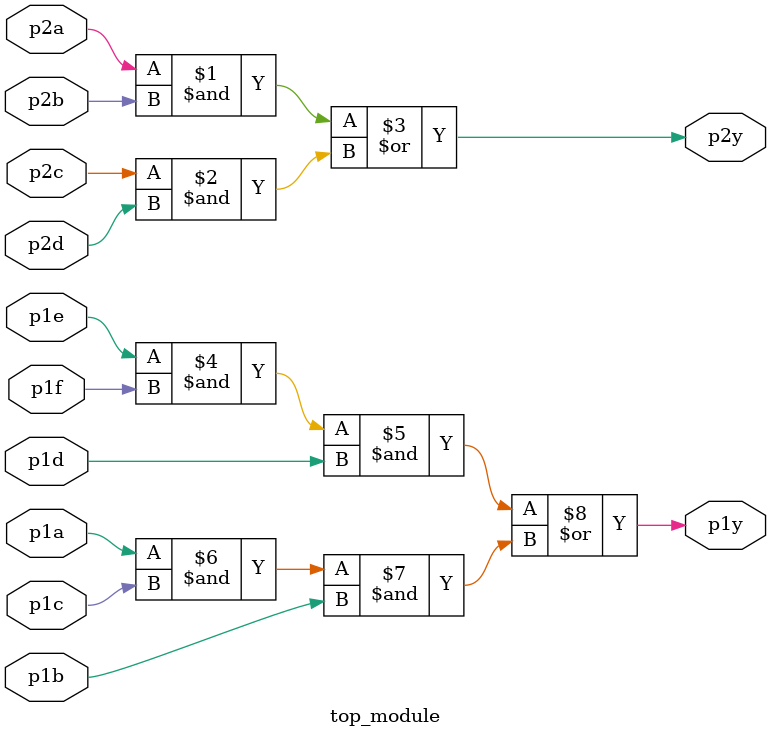
<source format=v>
module top_module ( 
    input p1a, p1b, p1c, p1d, p1e, p1f,
    output p1y,
    input p2a, p2b, p2c, p2d,
    output p2y );
	  assign p2y = (p2a & p2b) | (p2c & p2d);
    assign p1y = (p1e & p1f & p1d) | (p1a & p1c & p1b);

endmodule

</source>
